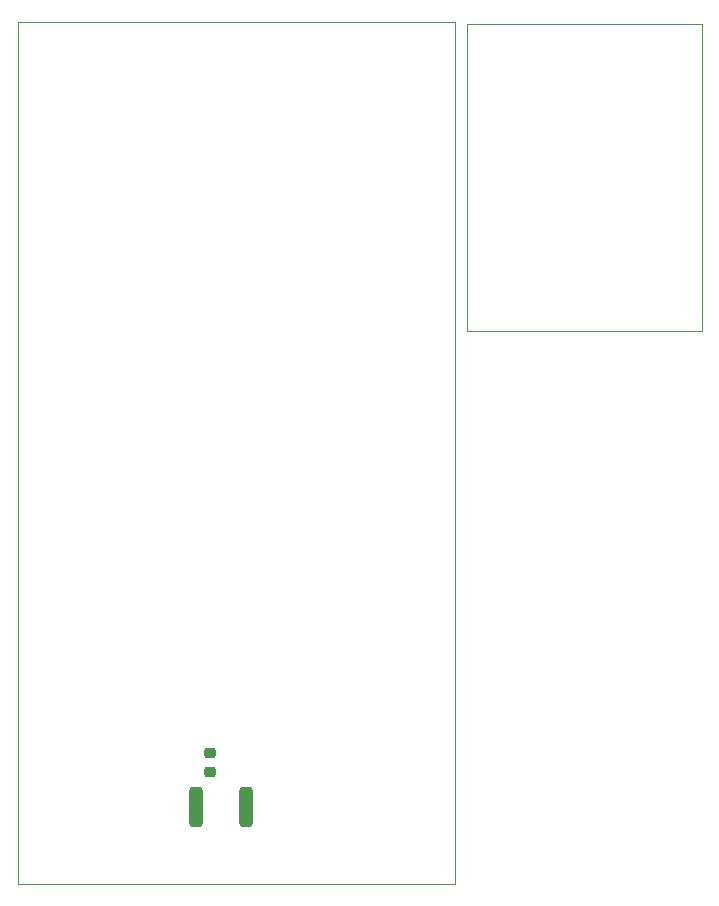
<source format=gbr>
%TF.GenerationSoftware,KiCad,Pcbnew,6.0.10-86aedd382b~118~ubuntu22.04.1*%
%TF.CreationDate,2023-02-06T10:04:38-03:00*%
%TF.ProjectId,MB_V2,4d425f56-322e-46b6-9963-61645f706362,1*%
%TF.SameCoordinates,Original*%
%TF.FileFunction,Paste,Bot*%
%TF.FilePolarity,Positive*%
%FSLAX46Y46*%
G04 Gerber Fmt 4.6, Leading zero omitted, Abs format (unit mm)*
G04 Created by KiCad (PCBNEW 6.0.10-86aedd382b~118~ubuntu22.04.1) date 2023-02-06 10:04:38*
%MOMM*%
%LPD*%
G01*
G04 APERTURE LIST*
G04 Aperture macros list*
%AMRoundRect*
0 Rectangle with rounded corners*
0 $1 Rounding radius*
0 $2 $3 $4 $5 $6 $7 $8 $9 X,Y pos of 4 corners*
0 Add a 4 corners polygon primitive as box body*
4,1,4,$2,$3,$4,$5,$6,$7,$8,$9,$2,$3,0*
0 Add four circle primitives for the rounded corners*
1,1,$1+$1,$2,$3*
1,1,$1+$1,$4,$5*
1,1,$1+$1,$6,$7*
1,1,$1+$1,$8,$9*
0 Add four rect primitives between the rounded corners*
20,1,$1+$1,$2,$3,$4,$5,0*
20,1,$1+$1,$4,$5,$6,$7,0*
20,1,$1+$1,$6,$7,$8,$9,0*
20,1,$1+$1,$8,$9,$2,$3,0*%
G04 Aperture macros list end*
%TA.AperFunction,Profile*%
%ADD10C,0.100000*%
%TD*%
%ADD11RoundRect,0.250000X0.312500X1.450000X-0.312500X1.450000X-0.312500X-1.450000X0.312500X-1.450000X0*%
%ADD12RoundRect,0.218750X0.256250X-0.218750X0.256250X0.218750X-0.256250X0.218750X-0.256250X-0.218750X0*%
G04 APERTURE END LIST*
D10*
X132000000Y-105200000D02*
X151900000Y-105200000D01*
X151900000Y-105200000D02*
X151900000Y-131200000D01*
X151900000Y-131200000D02*
X132000000Y-131200000D01*
X132000000Y-131200000D02*
X132000000Y-105200000D01*
X94000000Y-105000000D02*
X131000000Y-105000000D01*
X131000000Y-105000000D02*
X131000000Y-178000000D01*
X131000000Y-178000000D02*
X94000000Y-178000000D01*
X94000000Y-178000000D02*
X94000000Y-105000000D01*
D11*
%TO.C,F1*%
X113367500Y-171510000D03*
X109092500Y-171510000D03*
%TD*%
D12*
%TO.C,D7*%
X110250000Y-166952500D03*
X110250000Y-168527500D03*
%TD*%
M02*

</source>
